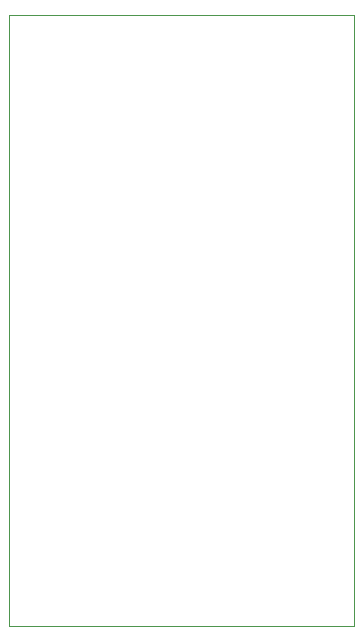
<source format=gbr>
%TF.GenerationSoftware,KiCad,Pcbnew,8.0.9-8.0.9-0~ubuntu24.04.1*%
%TF.CreationDate,2025-09-28T08:39:39-05:00*%
%TF.ProjectId,esp32_doorbot,65737033-325f-4646-9f6f-72626f742e6b,rev?*%
%TF.SameCoordinates,Original*%
%TF.FileFunction,Profile,NP*%
%FSLAX46Y46*%
G04 Gerber Fmt 4.6, Leading zero omitted, Abs format (unit mm)*
G04 Created by KiCad (PCBNEW 8.0.9-8.0.9-0~ubuntu24.04.1) date 2025-09-28 08:39:39*
%MOMM*%
%LPD*%
G01*
G04 APERTURE LIST*
%TA.AperFunction,Profile*%
%ADD10C,0.050000*%
%TD*%
G04 APERTURE END LIST*
D10*
X127250000Y-98000000D02*
X98000000Y-98000000D01*
X127250000Y-149750000D02*
X127250000Y-98000000D01*
X98000000Y-149750000D02*
X127250000Y-149750000D01*
X98000000Y-98000000D02*
X98000000Y-149750000D01*
M02*

</source>
